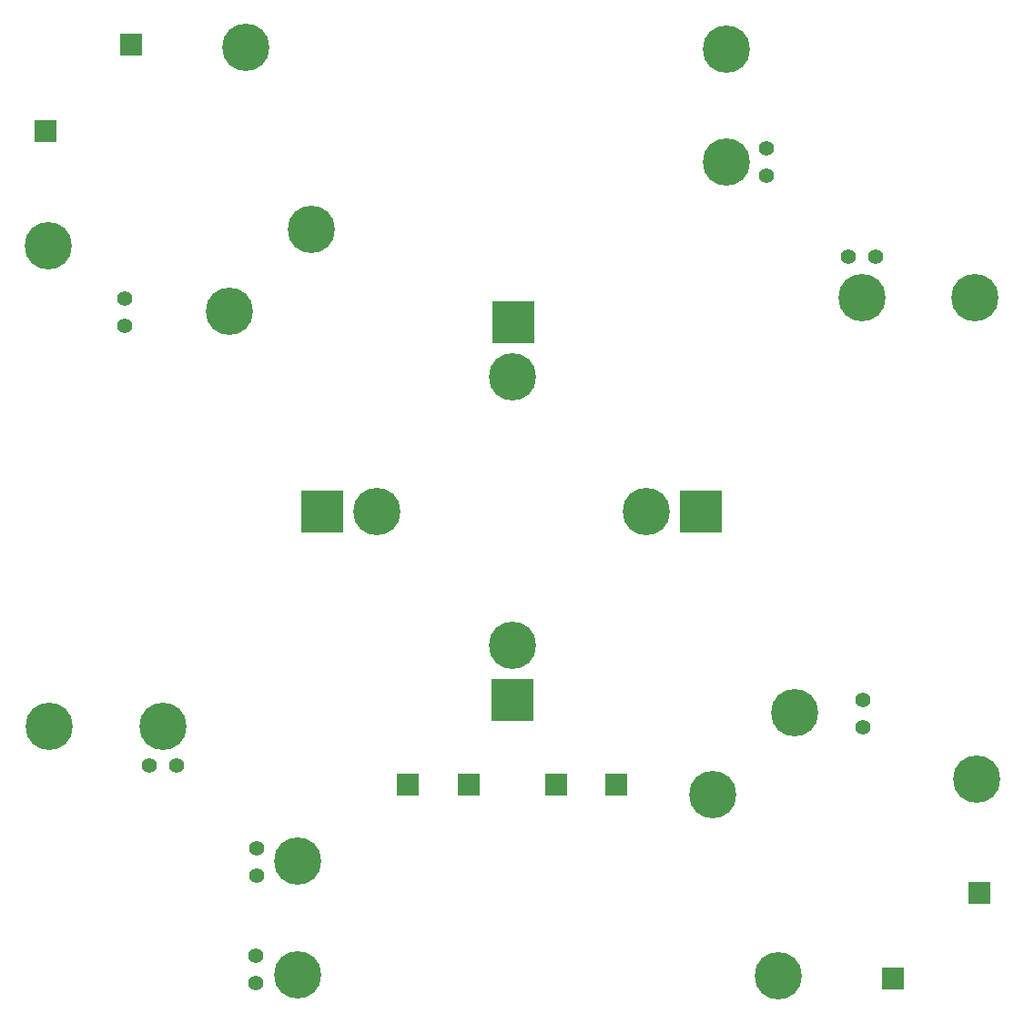
<source format=gbs>
%TF.GenerationSoftware,KiCad,Pcbnew,(6.0.7-1)-1*%
%TF.CreationDate,2023-05-01T11:39:35-04:00*%
%TF.ProjectId,antenna-db,616e7465-6e6e-4612-9d64-622e6b696361,rev?*%
%TF.SameCoordinates,Original*%
%TF.FileFunction,Soldermask,Bot*%
%TF.FilePolarity,Negative*%
%FSLAX46Y46*%
G04 Gerber Fmt 4.6, Leading zero omitted, Abs format (unit mm)*
G04 Created by KiCad (PCBNEW (6.0.7-1)-1) date 2023-05-01 11:39:35*
%MOMM*%
%LPD*%
G01*
G04 APERTURE LIST*
%ADD10R,2.000000X2.000000*%
%ADD11C,1.400000*%
%ADD12C,4.400000*%
%ADD13C,2.600000*%
%ADD14R,4.000000X4.000000*%
G04 APERTURE END LIST*
D10*
X160909000Y-120777000D03*
X166497000Y-120777000D03*
X147167600Y-120751600D03*
X152806400Y-120751600D03*
D11*
X133096000Y-129266000D03*
X133096000Y-126726000D03*
X123083000Y-118999000D03*
X125623000Y-118999000D03*
X188107000Y-71628000D03*
X190647000Y-71628000D03*
X180467000Y-64115000D03*
X180467000Y-61575000D03*
X132969000Y-136672000D03*
X132969000Y-139212000D03*
D10*
X200279000Y-130810000D03*
X192278000Y-138811000D03*
X113411000Y-59944000D03*
X121412000Y-51943000D03*
D11*
X189484000Y-115463000D03*
X189484000Y-112923000D03*
X120777000Y-75585000D03*
X120777000Y-78125000D03*
D12*
X189357000Y-75438000D03*
D13*
X189357000Y-75438000D03*
D12*
X124333000Y-115316000D03*
D13*
X124333000Y-115316000D03*
D14*
X174371000Y-95377000D03*
D13*
X136906000Y-138430000D03*
D12*
X136906000Y-138430000D03*
D13*
X138176000Y-69088000D03*
D12*
X138176000Y-69088000D03*
X113792000Y-115316000D03*
D13*
X113792000Y-115316000D03*
X200025000Y-120269000D03*
D12*
X200025000Y-120269000D03*
X144272000Y-95377000D03*
D13*
X144272000Y-95377000D03*
D14*
X156972000Y-77724000D03*
X156845000Y-112903000D03*
D13*
X183134000Y-114046000D03*
D12*
X183134000Y-114046000D03*
X176784000Y-52324000D03*
D13*
X176784000Y-52324000D03*
D14*
X139192000Y-95377000D03*
D13*
X175514000Y-121666000D03*
D12*
X175514000Y-121666000D03*
X199898000Y-75438000D03*
D13*
X199898000Y-75438000D03*
D12*
X132080000Y-52197000D03*
D13*
X132080000Y-52197000D03*
D12*
X156845000Y-82804000D03*
D13*
X156845000Y-82804000D03*
D12*
X130556000Y-76708000D03*
D13*
X130556000Y-76708000D03*
D12*
X169291000Y-95377000D03*
D13*
X169291000Y-95377000D03*
D12*
X176784000Y-62865000D03*
D13*
X176784000Y-62865000D03*
D12*
X156845000Y-107823000D03*
D13*
X156845000Y-107823000D03*
D12*
X181610000Y-138557000D03*
D13*
X181610000Y-138557000D03*
D12*
X136906000Y-127889000D03*
D13*
X136906000Y-127889000D03*
D12*
X113665000Y-70612000D03*
D13*
X113665000Y-70612000D03*
M02*

</source>
